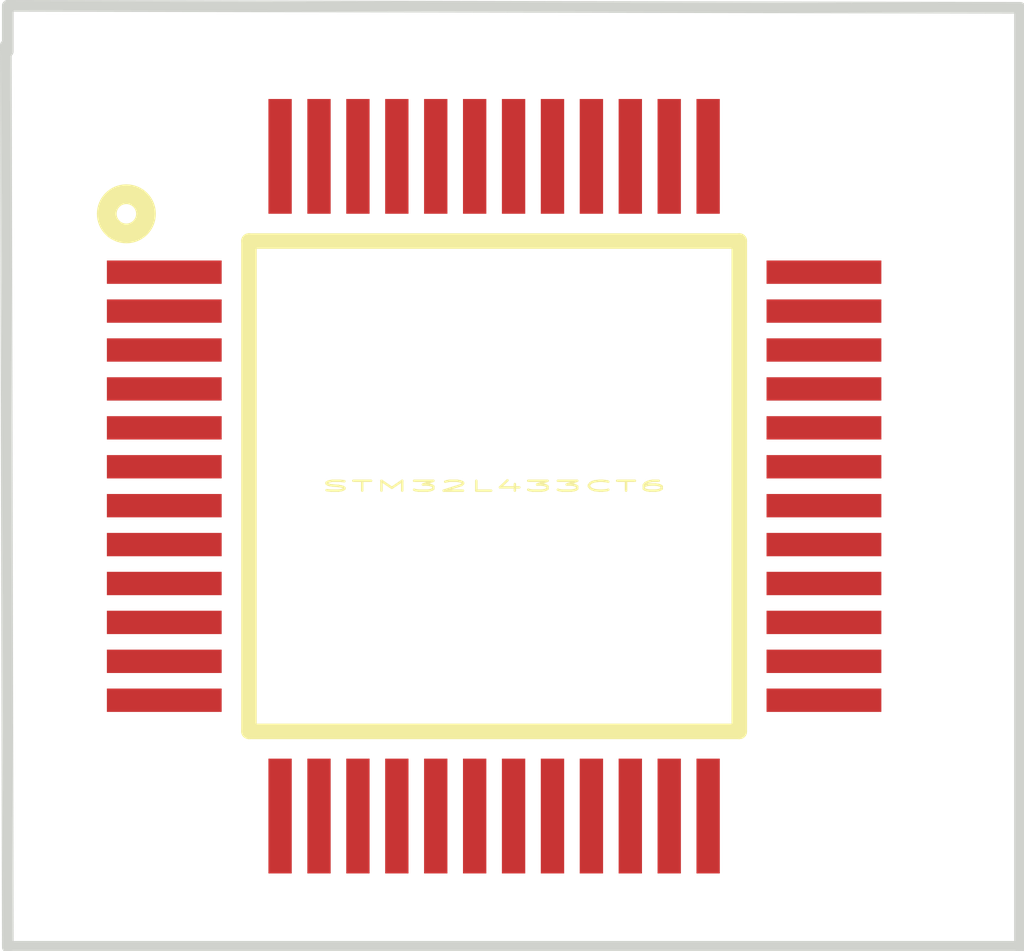
<source format=kicad_pcb>
(kicad_pcb (version 20171130) (host pcbnew no-vcs-found)

  (general
    (thickness 1.6)
    (drawings 5)
    (tracks 0)
    (zones 0)
    (modules 1)
    (nets 1)
  )

  (page A4)
  (layers
    (0 F.Cu signal)
    (31 B.Cu signal)
    (32 B.Adhes user)
    (33 F.Adhes user)
    (34 B.Paste user)
    (35 F.Paste user)
    (36 B.SilkS user)
    (37 F.SilkS user)
    (38 B.Mask user)
    (39 F.Mask user)
    (40 Dwgs.User user)
    (41 Cmts.User user)
    (42 Eco1.User user)
    (43 Eco2.User user)
    (44 Edge.Cuts user)
    (45 Margin user)
    (46 B.CrtYd user)
    (47 F.CrtYd user)
    (48 B.Fab user)
    (49 F.Fab user)
  )

  (setup
    (last_trace_width 0.25)
    (trace_clearance 0.2)
    (zone_clearance 0.508)
    (zone_45_only no)
    (trace_min 0.2)
    (segment_width 0.2)
    (edge_width 0.15)
    (via_size 0.8)
    (via_drill 0.4)
    (via_min_size 0.4)
    (via_min_drill 0.3)
    (uvia_size 0.3)
    (uvia_drill 0.1)
    (uvias_allowed no)
    (uvia_min_size 0.2)
    (uvia_min_drill 0.1)
    (pcb_text_width 0.3)
    (pcb_text_size 1.5 1.5)
    (mod_edge_width 0.15)
    (mod_text_size 1 1)
    (mod_text_width 0.15)
    (pad_size 1.524 1.524)
    (pad_drill 0.762)
    (pad_to_mask_clearance 0.2)
    (aux_axis_origin 0 0)
    (visible_elements FFFFFF7F)
    (pcbplotparams
      (layerselection 0x010fc_ffffffff)
      (usegerberextensions false)
      (usegerberattributes false)
      (usegerberadvancedattributes false)
      (creategerberjobfile false)
      (excludeedgelayer true)
      (linewidth 0.100000)
      (plotframeref false)
      (viasonmask false)
      (mode 1)
      (useauxorigin false)
      (hpglpennumber 1)
      (hpglpenspeed 20)
      (hpglpendiameter 15)
      (psnegative false)
      (psa4output false)
      (plotreference true)
      (plotvalue true)
      (plotinvisibletext false)
      (padsonsilk false)
      (subtractmaskfromsilk false)
      (outputformat 1)
      (mirror false)
      (drillshape 1)
      (scaleselection 1)
      (outputdirectory ""))
  )

  (net 0 "")

  (net_class Default "This is the default net class."
    (clearance 0.2)
    (trace_width 0.25)
    (via_dia 0.8)
    (via_drill 0.4)
    (uvia_dia 0.3)
    (uvia_drill 0.1)
  )

  (module STM32L433CCT6:QFP50P900X900X160-48N (layer F.Cu) (tedit 5B056870) (tstamp 5B056876)
    (at 109.1946 78.2574)
    (descr "ST LQFP48")
    (tags "Integrated Circuit")
    (attr smd)
    (fp_text reference STM32L433CT6 (at 0 0) (layer F.SilkS)
      (effects (font (size 0.127 0.4) (thickness 0.03175)))
    )
    (fp_text value QFP50P900X900X160-48N (at 0 0) (layer F.SilkS) hide
      (effects (font (size 1.27 1.27) (thickness 0.254)))
    )
    (fp_circle (center -4.725 -3.5) (end -4.85 -3.5) (layer F.SilkS) (width 0.254))
    (fp_line (start -3.15 3.15) (end -3.15 -3.15) (layer F.SilkS) (width 0.2))
    (fp_line (start 3.15 3.15) (end -3.15 3.15) (layer F.SilkS) (width 0.2))
    (fp_line (start 3.15 -3.15) (end 3.15 3.15) (layer F.SilkS) (width 0.2))
    (fp_line (start -3.15 -3.15) (end 3.15 -3.15) (layer F.SilkS) (width 0.2))
    (fp_line (start -3.5 -3) (end -3 -3.5) (layer Dwgs.User) (width 0.1))
    (fp_line (start -3.5 3.5) (end -3.5 -3.5) (layer Dwgs.User) (width 0.1))
    (fp_line (start 3.5 3.5) (end -3.5 3.5) (layer Dwgs.User) (width 0.1))
    (fp_line (start 3.5 -3.5) (end 3.5 3.5) (layer Dwgs.User) (width 0.1))
    (fp_line (start -3.5 -3.5) (end 3.5 -3.5) (layer Dwgs.User) (width 0.1))
    (fp_line (start -5.225 5.225) (end -5.225 -5.225) (layer Dwgs.User) (width 0.05))
    (fp_line (start 5.225 5.225) (end -5.225 5.225) (layer Dwgs.User) (width 0.05))
    (fp_line (start 5.225 -5.225) (end 5.225 5.225) (layer Dwgs.User) (width 0.05))
    (fp_line (start -5.225 -5.225) (end 5.225 -5.225) (layer Dwgs.User) (width 0.05))
    (pad 48 smd rect (at -2.75 -4.238) (size 0.3 1.475) (layers F.Cu F.Paste F.Mask))
    (pad 47 smd rect (at -2.25 -4.238) (size 0.3 1.475) (layers F.Cu F.Paste F.Mask))
    (pad 46 smd rect (at -1.75 -4.238) (size 0.3 1.475) (layers F.Cu F.Paste F.Mask))
    (pad 45 smd rect (at -1.25 -4.238) (size 0.3 1.475) (layers F.Cu F.Paste F.Mask))
    (pad 44 smd rect (at -0.75 -4.238) (size 0.3 1.475) (layers F.Cu F.Paste F.Mask))
    (pad 43 smd rect (at -0.25 -4.238) (size 0.3 1.475) (layers F.Cu F.Paste F.Mask))
    (pad 42 smd rect (at 0.25 -4.238) (size 0.3 1.475) (layers F.Cu F.Paste F.Mask))
    (pad 41 smd rect (at 0.75 -4.238) (size 0.3 1.475) (layers F.Cu F.Paste F.Mask))
    (pad 40 smd rect (at 1.25 -4.238) (size 0.3 1.475) (layers F.Cu F.Paste F.Mask))
    (pad 39 smd rect (at 1.75 -4.238) (size 0.3 1.475) (layers F.Cu F.Paste F.Mask))
    (pad 38 smd rect (at 2.25 -4.238) (size 0.3 1.475) (layers F.Cu F.Paste F.Mask))
    (pad 37 smd rect (at 2.75 -4.238) (size 0.3 1.475) (layers F.Cu F.Paste F.Mask))
    (pad 36 smd rect (at 4.238 -2.75 90) (size 0.3 1.475) (layers F.Cu F.Paste F.Mask))
    (pad 35 smd rect (at 4.238 -2.25 90) (size 0.3 1.475) (layers F.Cu F.Paste F.Mask))
    (pad 34 smd rect (at 4.238 -1.75 90) (size 0.3 1.475) (layers F.Cu F.Paste F.Mask))
    (pad 33 smd rect (at 4.238 -1.25 90) (size 0.3 1.475) (layers F.Cu F.Paste F.Mask))
    (pad 32 smd rect (at 4.238 -0.75 90) (size 0.3 1.475) (layers F.Cu F.Paste F.Mask))
    (pad 31 smd rect (at 4.238 -0.25 90) (size 0.3 1.475) (layers F.Cu F.Paste F.Mask))
    (pad 30 smd rect (at 4.238 0.25 90) (size 0.3 1.475) (layers F.Cu F.Paste F.Mask))
    (pad 29 smd rect (at 4.238 0.75 90) (size 0.3 1.475) (layers F.Cu F.Paste F.Mask))
    (pad 28 smd rect (at 4.238 1.25 90) (size 0.3 1.475) (layers F.Cu F.Paste F.Mask))
    (pad 27 smd rect (at 4.238 1.75 90) (size 0.3 1.475) (layers F.Cu F.Paste F.Mask))
    (pad 26 smd rect (at 4.238 2.25 90) (size 0.3 1.475) (layers F.Cu F.Paste F.Mask))
    (pad 25 smd rect (at 4.238 2.75 90) (size 0.3 1.475) (layers F.Cu F.Paste F.Mask))
    (pad 24 smd rect (at 2.75 4.238) (size 0.3 1.475) (layers F.Cu F.Paste F.Mask))
    (pad 23 smd rect (at 2.25 4.238) (size 0.3 1.475) (layers F.Cu F.Paste F.Mask))
    (pad 22 smd rect (at 1.75 4.238) (size 0.3 1.475) (layers F.Cu F.Paste F.Mask))
    (pad 21 smd rect (at 1.25 4.238) (size 0.3 1.475) (layers F.Cu F.Paste F.Mask))
    (pad 20 smd rect (at 0.75 4.238) (size 0.3 1.475) (layers F.Cu F.Paste F.Mask))
    (pad 19 smd rect (at 0.25 4.238) (size 0.3 1.475) (layers F.Cu F.Paste F.Mask))
    (pad 18 smd rect (at -0.25 4.238) (size 0.3 1.475) (layers F.Cu F.Paste F.Mask))
    (pad 17 smd rect (at -0.75 4.238) (size 0.3 1.475) (layers F.Cu F.Paste F.Mask))
    (pad 16 smd rect (at -1.25 4.238) (size 0.3 1.475) (layers F.Cu F.Paste F.Mask))
    (pad 15 smd rect (at -1.75 4.238) (size 0.3 1.475) (layers F.Cu F.Paste F.Mask))
    (pad 14 smd rect (at -2.25 4.238) (size 0.3 1.475) (layers F.Cu F.Paste F.Mask))
    (pad 13 smd rect (at -2.75 4.238) (size 0.3 1.475) (layers F.Cu F.Paste F.Mask))
    (pad 12 smd rect (at -4.238 2.75 90) (size 0.3 1.475) (layers F.Cu F.Paste F.Mask))
    (pad 11 smd rect (at -4.238 2.25 90) (size 0.3 1.475) (layers F.Cu F.Paste F.Mask))
    (pad 10 smd rect (at -4.238 1.75 90) (size 0.3 1.475) (layers F.Cu F.Paste F.Mask))
    (pad 9 smd rect (at -4.238 1.25 90) (size 0.3 1.475) (layers F.Cu F.Paste F.Mask))
    (pad 8 smd rect (at -4.238 0.75 90) (size 0.3 1.475) (layers F.Cu F.Paste F.Mask))
    (pad 7 smd rect (at -4.238 0.25 90) (size 0.3 1.475) (layers F.Cu F.Paste F.Mask))
    (pad 6 smd rect (at -4.238 -0.25 90) (size 0.3 1.475) (layers F.Cu F.Paste F.Mask))
    (pad 5 smd rect (at -4.238 -0.75 90) (size 0.3 1.475) (layers F.Cu F.Paste F.Mask))
    (pad 4 smd rect (at -4.238 -1.25 90) (size 0.3 1.475) (layers F.Cu F.Paste F.Mask))
    (pad 3 smd rect (at -4.238 -1.75 90) (size 0.3 1.475) (layers F.Cu F.Paste F.Mask))
    (pad 2 smd rect (at -4.238 -2.25 90) (size 0.3 1.475) (layers F.Cu F.Paste F.Mask))
    (pad 1 smd rect (at -4.238 -2.75 90) (size 0.3 1.475) (layers F.Cu F.Paste F.Mask))
    (model ${KIPRJMOD}/LIB_STM32L433CCT6/STM32L433CCT6/3D/STM32L433CCT6.wrl
      (at (xyz 0 0 0))
      (scale (xyz 400 400 400))
      (rotate (xyz 0 0 0))
    )
  )

  (gr_line (start 102.9462 72.0852) (end 102.9462 72.6694) (layer Edge.Cuts) (width 0.15))
  (gr_line (start 115.951 72.1106) (end 102.9462 72.0852) (layer Edge.Cuts) (width 0.15))
  (gr_line (start 115.951 84.1756) (end 115.951 72.1106) (layer Edge.Cuts) (width 0.15))
  (gr_line (start 102.9462 84.1756) (end 115.951 84.1756) (layer Edge.Cuts) (width 0.15))
  (gr_line (start 102.9208 72.5932) (end 102.9462 84.1756) (layer Edge.Cuts) (width 0.15))

)

</source>
